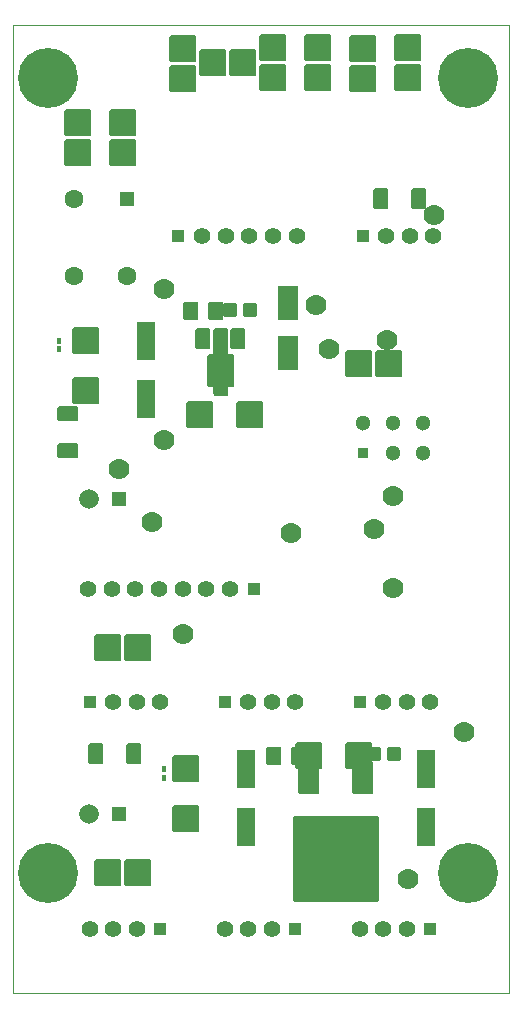
<source format=gbr>
G04 PROTEUS GERBER X2 FILE*
%TF.GenerationSoftware,Labcenter,Proteus,8.16-SP3-Build36097*%
%TF.CreationDate,2024-05-04T02:13:19+00:00*%
%TF.FileFunction,Soldermask,Top*%
%TF.FilePolarity,Negative*%
%TF.Part,Single*%
%TF.SameCoordinates,{03efdd39-6268-421f-b844-547f2104f690}*%
%FSLAX45Y45*%
%MOMM*%
G01*
%TA.AperFunction,Material*%
%ADD60C,1.778000*%
%AMPPAD055*
4,1,36,
-0.558610,0.603610,
0.558610,0.603610,
0.567680,0.602700,
0.576120,0.600070,
0.583760,0.595920,
0.590420,0.590420,
0.595920,0.583760,
0.600070,0.576120,
0.602700,0.567680,
0.603610,0.558610,
0.603610,-0.558610,
0.602700,-0.567680,
0.600070,-0.576120,
0.595920,-0.583760,
0.590420,-0.590420,
0.583760,-0.595920,
0.576120,-0.600070,
0.567680,-0.602700,
0.558610,-0.603610,
-0.558610,-0.603610,
-0.567680,-0.602700,
-0.576120,-0.600070,
-0.583760,-0.595920,
-0.590420,-0.590420,
-0.595920,-0.583760,
-0.600070,-0.576120,
-0.602700,-0.567680,
-0.603610,-0.558610,
-0.603610,0.558610,
-0.602700,0.567680,
-0.600070,0.576120,
-0.595920,0.583760,
-0.590420,0.590420,
-0.583760,0.595920,
-0.576120,0.600070,
-0.567680,0.602700,
-0.558610,0.603610,
0*%
%ADD61PPAD055*%
%ADD62C,1.670000*%
%AMPPAD057*
4,1,36,
0.508000,-0.889000,
-0.508000,-0.889000,
-0.533590,-0.886420,
-0.557430,-0.879020,
-0.579000,-0.867310,
-0.597800,-0.851800,
-0.613310,-0.833000,
-0.625020,-0.811430,
-0.632420,-0.787590,
-0.635000,-0.762000,
-0.635000,0.762000,
-0.632420,0.787590,
-0.625020,0.811430,
-0.613310,0.833000,
-0.597800,0.851800,
-0.579000,0.867310,
-0.557430,0.879020,
-0.533590,0.886420,
-0.508000,0.889000,
0.508000,0.889000,
0.533590,0.886420,
0.557430,0.879020,
0.579000,0.867310,
0.597800,0.851800,
0.613310,0.833000,
0.625020,0.811430,
0.632420,0.787590,
0.635000,0.762000,
0.635000,-0.762000,
0.632420,-0.787590,
0.625020,-0.811430,
0.613310,-0.833000,
0.597800,-0.851800,
0.579000,-0.867310,
0.557430,-0.879020,
0.533590,-0.886420,
0.508000,-0.889000,
0*%
%TA.AperFunction,Material*%
%ADD63PPAD057*%
%AMPPAD058*
4,1,36,
1.016000,-1.397000,
-1.016000,-1.397000,
-1.041590,-1.394420,
-1.065430,-1.387020,
-1.087000,-1.375310,
-1.105800,-1.359800,
-1.121310,-1.341000,
-1.133020,-1.319430,
-1.140420,-1.295590,
-1.143000,-1.270000,
-1.143000,1.270000,
-1.140420,1.295590,
-1.133020,1.319430,
-1.121310,1.341000,
-1.105800,1.359800,
-1.087000,1.375310,
-1.065430,1.387020,
-1.041590,1.394420,
-1.016000,1.397000,
1.016000,1.397000,
1.041590,1.394420,
1.065430,1.387020,
1.087000,1.375310,
1.105800,1.359800,
1.121310,1.341000,
1.133020,1.319430,
1.140420,1.295590,
1.143000,1.270000,
1.143000,-1.270000,
1.140420,-1.295590,
1.133020,-1.319430,
1.121310,-1.341000,
1.105800,-1.359800,
1.087000,-1.375310,
1.065430,-1.387020,
1.041590,-1.394420,
1.016000,-1.397000,
0*%
%ADD64PPAD058*%
%AMPPAD059*
4,1,36,
-0.635000,-0.444500,
-0.635000,0.444500,
-0.632420,0.470090,
-0.625020,0.493930,
-0.613310,0.515500,
-0.597800,0.534300,
-0.579000,0.549810,
-0.557430,0.561520,
-0.533590,0.568920,
-0.508000,0.571500,
0.508000,0.571500,
0.533590,0.568920,
0.557430,0.561520,
0.579000,0.549810,
0.597800,0.534300,
0.613310,0.515500,
0.625020,0.493930,
0.632420,0.470090,
0.635000,0.444500,
0.635000,-0.444500,
0.632420,-0.470090,
0.625020,-0.493930,
0.613310,-0.515500,
0.597800,-0.534300,
0.579000,-0.549810,
0.557430,-0.561520,
0.533590,-0.568920,
0.508000,-0.571500,
-0.508000,-0.571500,
-0.533590,-0.568920,
-0.557430,-0.561520,
-0.579000,-0.549810,
-0.597800,-0.534300,
-0.613310,-0.515500,
-0.625020,-0.493930,
-0.632420,-0.470090,
-0.635000,-0.444500,
0*%
%ADD65PPAD059*%
%AMPPAD060*
4,1,36,
3.492500,-3.619500,
-3.492500,-3.619500,
-3.518090,-3.616920,
-3.541930,-3.609520,
-3.563500,-3.597810,
-3.582300,-3.582300,
-3.597810,-3.563500,
-3.609520,-3.541930,
-3.616920,-3.518090,
-3.619500,-3.492500,
-3.619500,3.492500,
-3.616920,3.518090,
-3.609520,3.541930,
-3.597810,3.563500,
-3.582300,3.582300,
-3.563500,3.597810,
-3.541930,3.609520,
-3.518090,3.616920,
-3.492500,3.619500,
3.492500,3.619500,
3.518090,3.616920,
3.541930,3.609520,
3.563500,3.597810,
3.582300,3.582300,
3.597810,3.563500,
3.609520,3.541930,
3.616920,3.518090,
3.619500,3.492500,
3.619500,-3.492500,
3.616920,-3.518090,
3.609520,-3.541930,
3.597810,-3.563500,
3.582300,-3.582300,
3.563500,-3.597810,
3.541930,-3.609520,
3.518090,-3.616920,
3.492500,-3.619500,
0*%
%TA.AperFunction,Material*%
%ADD66PPAD060*%
%AMPPAD061*
4,1,36,
0.762000,-1.397000,
-0.762000,-1.397000,
-0.787590,-1.394420,
-0.811430,-1.387020,
-0.833000,-1.375310,
-0.851800,-1.359800,
-0.867310,-1.341000,
-0.879020,-1.319430,
-0.886420,-1.295590,
-0.889000,-1.270000,
-0.889000,1.270000,
-0.886420,1.295590,
-0.879020,1.319430,
-0.867310,1.341000,
-0.851800,1.359800,
-0.833000,1.375310,
-0.811430,1.387020,
-0.787590,1.394420,
-0.762000,1.397000,
0.762000,1.397000,
0.787590,1.394420,
0.811430,1.387020,
0.833000,1.375310,
0.851800,1.359800,
0.867310,1.341000,
0.879020,1.319430,
0.886420,1.295590,
0.889000,1.270000,
0.889000,-1.270000,
0.886420,-1.295590,
0.879020,-1.319430,
0.867310,-1.341000,
0.851800,-1.359800,
0.833000,-1.375310,
0.811430,-1.387020,
0.787590,-1.394420,
0.762000,-1.397000,
0*%
%ADD67PPAD061*%
%AMPPAD062*
4,1,4,
-0.203200,0.228600,
0.203200,0.228600,
0.203200,-0.228600,
-0.203200,-0.228600,
-0.203200,0.228600,
0*%
%TA.AperFunction,Material*%
%ADD68PPAD062*%
%AMPPAD063*
4,1,36,
-0.508000,0.762000,
0.508000,0.762000,
0.533590,0.759420,
0.557430,0.752020,
0.579000,0.740310,
0.597800,0.724800,
0.613310,0.706000,
0.625020,0.684430,
0.632420,0.660590,
0.635000,0.635000,
0.635000,-0.635000,
0.632420,-0.660590,
0.625020,-0.684430,
0.613310,-0.706000,
0.597800,-0.724800,
0.579000,-0.740310,
0.557430,-0.752020,
0.533590,-0.759420,
0.508000,-0.762000,
-0.508000,-0.762000,
-0.533590,-0.759420,
-0.557430,-0.752020,
-0.579000,-0.740310,
-0.597800,-0.724800,
-0.613310,-0.706000,
-0.625020,-0.684430,
-0.632420,-0.660590,
-0.635000,-0.635000,
-0.635000,0.635000,
-0.632420,0.660590,
-0.625020,0.684430,
-0.613310,0.706000,
-0.597800,0.724800,
-0.579000,0.740310,
-0.557430,0.752020,
-0.533590,0.759420,
-0.508000,0.762000,
0*%
%ADD69PPAD063*%
%AMPPAD064*
4,1,36,
1.016000,-1.143000,
-1.016000,-1.143000,
-1.041590,-1.140420,
-1.065430,-1.133020,
-1.087000,-1.121310,
-1.105800,-1.105800,
-1.121310,-1.087000,
-1.133020,-1.065430,
-1.140420,-1.041590,
-1.143000,-1.016000,
-1.143000,1.016000,
-1.140420,1.041590,
-1.133020,1.065430,
-1.121310,1.087000,
-1.105800,1.105800,
-1.087000,1.121310,
-1.065430,1.133020,
-1.041590,1.140420,
-1.016000,1.143000,
1.016000,1.143000,
1.041590,1.140420,
1.065430,1.133020,
1.087000,1.121310,
1.105800,1.105800,
1.121310,1.087000,
1.133020,1.065430,
1.140420,1.041590,
1.143000,1.016000,
1.143000,-1.016000,
1.140420,-1.041590,
1.133020,-1.065430,
1.121310,-1.087000,
1.105800,-1.105800,
1.087000,-1.121310,
1.065430,-1.133020,
1.041590,-1.140420,
1.016000,-1.143000,
0*%
%ADD74PPAD064*%
%AMPPAD065*
4,1,36,
-0.444500,0.571500,
0.444500,0.571500,
0.470090,0.568920,
0.493930,0.561520,
0.515500,0.549810,
0.534300,0.534300,
0.549810,0.515500,
0.561520,0.493930,
0.568920,0.470090,
0.571500,0.444500,
0.571500,-0.444500,
0.568920,-0.470090,
0.561520,-0.493930,
0.549810,-0.515500,
0.534300,-0.534300,
0.515500,-0.549810,
0.493930,-0.561520,
0.470090,-0.568920,
0.444500,-0.571500,
-0.444500,-0.571500,
-0.470090,-0.568920,
-0.493930,-0.561520,
-0.515500,-0.549810,
-0.534300,-0.534300,
-0.549810,-0.515500,
-0.561520,-0.493930,
-0.568920,-0.470090,
-0.571500,-0.444500,
-0.571500,0.444500,
-0.568920,0.470090,
-0.561520,0.493930,
-0.549810,0.515500,
-0.534300,0.534300,
-0.515500,0.549810,
-0.493930,0.561520,
-0.470090,0.568920,
-0.444500,0.571500,
0*%
%ADD75PPAD065*%
%AMPPAD066*
4,1,4,
-0.800100,1.574800,
0.800100,1.574800,
0.800100,-1.574800,
-0.800100,-1.574800,
-0.800100,1.574800,
0*%
%ADD76PPAD066*%
%AMPPAD067*
4,1,4,
-0.825500,1.447800,
0.825500,1.447800,
0.825500,-1.447800,
-0.825500,-1.447800,
-0.825500,1.447800,
0*%
%ADD77PPAD067*%
%AMPPAD068*
4,1,36,
-0.889000,-0.508000,
-0.889000,0.508000,
-0.886420,0.533590,
-0.879020,0.557430,
-0.867310,0.579000,
-0.851800,0.597800,
-0.833000,0.613310,
-0.811430,0.625020,
-0.787590,0.632420,
-0.762000,0.635000,
0.762000,0.635000,
0.787590,0.632420,
0.811430,0.625020,
0.833000,0.613310,
0.851800,0.597800,
0.867310,0.579000,
0.879020,0.557430,
0.886420,0.533590,
0.889000,0.508000,
0.889000,-0.508000,
0.886420,-0.533590,
0.879020,-0.557430,
0.867310,-0.579000,
0.851800,-0.597800,
0.833000,-0.613310,
0.811430,-0.625020,
0.787590,-0.632420,
0.762000,-0.635000,
-0.762000,-0.635000,
-0.787590,-0.632420,
-0.811430,-0.625020,
-0.833000,-0.613310,
-0.851800,-0.597800,
-0.867310,-0.579000,
-0.879020,-0.557430,
-0.886420,-0.533590,
-0.889000,-0.508000,
0*%
%ADD78PPAD068*%
%AMPPAD069*
4,1,36,
0.462480,-0.513430,
-0.462480,-0.513430,
-0.472750,-0.512390,
-0.482310,-0.509420,
-0.490960,-0.504730,
-0.498500,-0.498500,
-0.504720,-0.490960,
-0.509420,-0.482310,
-0.512390,-0.472750,
-0.513430,-0.462480,
-0.513430,0.462480,
-0.512390,0.472750,
-0.509420,0.482310,
-0.504720,0.490960,
-0.498500,0.498500,
-0.490960,0.504730,
-0.482310,0.509420,
-0.472750,0.512390,
-0.462480,0.513430,
0.462480,0.513430,
0.472750,0.512390,
0.482310,0.509420,
0.490960,0.504730,
0.498500,0.498500,
0.504720,0.490960,
0.509420,0.482310,
0.512390,0.472750,
0.513430,0.462480,
0.513430,-0.462480,
0.512390,-0.472750,
0.509420,-0.482310,
0.504720,-0.490960,
0.498500,-0.498500,
0.490960,-0.504730,
0.482310,-0.509420,
0.472750,-0.512390,
0.462480,-0.513430,
0*%
%TA.AperFunction,Material*%
%ADD79PPAD069*%
%ADD80C,1.410000*%
%AMPPAD071*
4,1,36,
0.580330,0.530330,
0.580330,-0.530330,
0.579310,-0.540410,
0.576400,-0.549790,
0.571790,-0.558280,
0.565680,-0.565680,
0.558280,-0.571790,
0.549790,-0.576400,
0.540410,-0.579310,
0.530330,-0.580330,
-0.530330,-0.580330,
-0.540410,-0.579310,
-0.549790,-0.576400,
-0.558280,-0.571790,
-0.565680,-0.565680,
-0.571790,-0.558280,
-0.576400,-0.549790,
-0.579310,-0.540410,
-0.580330,-0.530330,
-0.580330,0.530330,
-0.579310,0.540410,
-0.576400,0.549790,
-0.571790,0.558280,
-0.565680,0.565680,
-0.558280,0.571790,
-0.549790,0.576400,
-0.540410,0.579310,
-0.530330,0.580330,
0.530330,0.580330,
0.540410,0.579310,
0.549790,0.576400,
0.558280,0.571790,
0.565680,0.565680,
0.571790,0.558280,
0.576400,0.549790,
0.579310,0.540410,
0.580330,0.530330,
0*%
%TA.AperFunction,Material*%
%ADD81PPAD071*%
%ADD82C,1.600000*%
%AMPPAD073*
4,1,4,
-0.459610,0.459610,
0.459610,0.459610,
0.459610,-0.459610,
-0.459610,-0.459610,
-0.459610,0.459610,
0*%
%TA.AperFunction,Material*%
%ADD83PPAD073*%
%ADD84C,1.300000*%
%TA.AperFunction,Material*%
%ADD85C,5.080000*%
%TA.AperFunction,Profile*%
%ADD34C,0.101600*%
%TD.AperFunction*%
D60*
X-795355Y+1508605D03*
X-802301Y+229721D03*
X+975698Y-523395D03*
X-902723Y-464041D03*
X-1183302Y-15395D03*
X+273502Y-557667D03*
X+594632Y+1000407D03*
X+1090653Y+1078037D03*
X+1489407Y+2135718D03*
X-635000Y-1412395D03*
X+1268320Y-3484744D03*
X+492198Y+1373693D03*
X+1737698Y-2239395D03*
X+1143000Y-241000D03*
X+1143000Y-1016000D03*
D61*
X-1183302Y-269395D03*
D62*
X-1433302Y-269395D03*
D61*
X-1183302Y-2936395D03*
D62*
X-1433302Y-2936395D03*
D63*
X-168622Y+1088450D03*
X-318482Y+1088450D03*
D64*
X-318482Y+814130D03*
D65*
X-318482Y+669350D03*
X-318482Y+984310D03*
D63*
X-468342Y+1088450D03*
D66*
X+659698Y-3317395D03*
D67*
X+888298Y-2626515D03*
X+431098Y-2626515D03*
D68*
X-1691302Y+1070605D03*
X-1691302Y+1000605D03*
X-802302Y-2555395D03*
X-802302Y-2625395D03*
D69*
X-572482Y+1322130D03*
X-359122Y+1322130D03*
D63*
X-1371262Y-2428395D03*
X-1056302Y-2428395D03*
D74*
X-71842Y+441130D03*
X-493482Y+441130D03*
X-1461482Y+646490D03*
X-1461482Y+1068130D03*
X+851338Y-2439755D03*
X+429698Y-2439755D03*
X-610302Y-2977035D03*
X-610302Y-2555395D03*
D75*
X+975698Y-2428395D03*
X+1148418Y-2428395D03*
D69*
X+343338Y-2439755D03*
X+129978Y-2439755D03*
D76*
X-102302Y-2555395D03*
X-102302Y-3045395D03*
X+1421698Y-2555395D03*
X+1421698Y-3045395D03*
X-953482Y+1068130D03*
X-953482Y+578130D03*
D77*
X+254445Y+1397000D03*
X+254445Y+967000D03*
D78*
X-1613681Y+138046D03*
X-1613681Y+453006D03*
D79*
X-676302Y+1959226D03*
D80*
X-476302Y+1959226D03*
X-276302Y+1959226D03*
X-76302Y+1959226D03*
X+123698Y+1959226D03*
X+323698Y+1959226D03*
D79*
X+882698Y+1959226D03*
D80*
X+1082698Y+1959226D03*
X+1282698Y+1959226D03*
X+1482698Y+1959226D03*
D79*
X-40302Y-1031395D03*
D80*
X-240302Y-1031395D03*
X-440302Y-1031395D03*
X-640302Y-1031395D03*
X-840302Y-1031395D03*
X-1040302Y-1031395D03*
X-1240302Y-1031395D03*
X-1440302Y-1031395D03*
D79*
X-1429334Y-1981140D03*
D80*
X-1229334Y-1981140D03*
X-1029334Y-1981140D03*
X-829334Y-1981140D03*
D79*
X-286426Y-1986650D03*
D80*
X-86426Y-1986650D03*
X+113574Y-1986650D03*
X+313574Y-1986650D03*
D79*
X+856574Y-1986650D03*
D80*
X+1056574Y-1986650D03*
X+1256574Y-1986650D03*
X+1456574Y-1986650D03*
D79*
X+1456574Y-3908650D03*
D80*
X+1256574Y-3908650D03*
X+1056574Y-3908650D03*
X+856574Y-3908650D03*
D79*
X+313574Y-3908650D03*
D80*
X+113574Y-3908650D03*
X-86426Y-3908650D03*
X-286426Y-3908650D03*
D79*
X-829426Y-3908650D03*
D80*
X-1029426Y-3908650D03*
X-1229426Y-3908650D03*
X-1429426Y-3908650D03*
D81*
X-1114302Y+2270605D03*
D82*
X-1114302Y+1620605D03*
X-1564302Y+2270605D03*
X-1564302Y+1620605D03*
D74*
X+886652Y+3540605D03*
X+886652Y+3286605D03*
X+1270000Y+3556000D03*
X+1270000Y+3302000D03*
D75*
X-66762Y+1330130D03*
X-239482Y+1330130D03*
D74*
X-635000Y+3286605D03*
X-635000Y+3540605D03*
X-381000Y+3429000D03*
X-127000Y+3429000D03*
X+127000Y+3302000D03*
X+127000Y+3556000D03*
X+508000Y+3302000D03*
X+508000Y+3556000D03*
D63*
X+1041738Y+2270605D03*
X+1356698Y+2270605D03*
D83*
X+889000Y+127000D03*
D84*
X+889000Y+381000D03*
X+1143000Y+127000D03*
X+1143000Y+381000D03*
X+1397000Y+127000D03*
X+1397000Y+381000D03*
D74*
X+848698Y+873605D03*
X+1102698Y+873605D03*
X-1270000Y-1524000D03*
X-1016000Y-1524000D03*
X-1270000Y-3429000D03*
X-1016000Y-3429000D03*
D85*
X-1778000Y+3302000D03*
X+1778000Y+3302000D03*
X-1778000Y-3429000D03*
X+1778000Y-3429000D03*
D74*
X-1524000Y+2667000D03*
X-1524000Y+2921000D03*
X-1143000Y+2667000D03*
X-1143000Y+2921000D03*
D34*
X-2077000Y-4450000D02*
X+2123000Y-4450000D01*
X+2123000Y+3750000D01*
X-2077000Y+3750000D01*
X-2077000Y-4450000D01*
M02*

</source>
